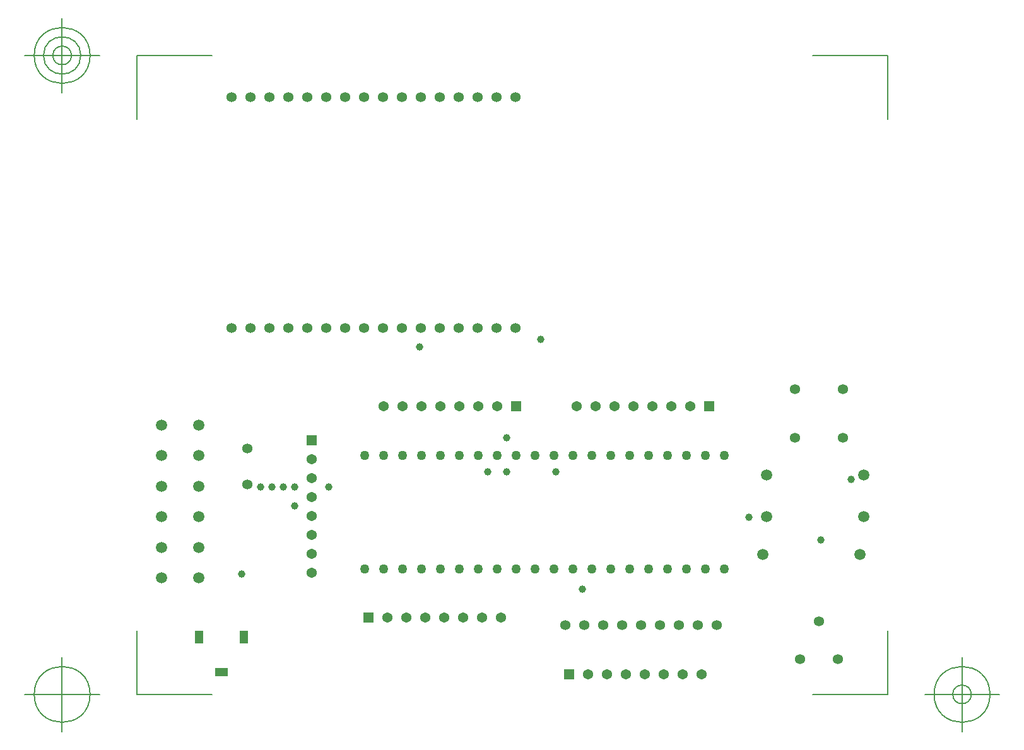
<source format=gbr>
G04 Generated by Ultiboard 13.0 *
%FSLAX24Y24*%
%MOIN*%

%ADD10C,0.0001*%
%ADD11C,0.0001*%
%ADD12C,0.0050*%
%ADD13C,0.0534*%
%ADD14C,0.0394*%
%ADD15C,0.0500*%
%ADD16C,0.0540*%
%ADD17R,0.0540X0.0540*%
%ADD18C,0.0591*%


G04 ColorRGB 9900CC for the following layer *
%LNSolder Mask Bottom*%
%LPD*%
G54D10*
G54D11*
G36*
X2941Y2585D02*
X2941Y2585D01*
X3335Y2585D01*
X3335Y3215D01*
X2941Y3215D01*
X2941Y2585D01*
D02*
G37*
X3335Y2585D01*
X3335Y3215D01*
X2941Y3215D01*
X2941Y2585D01*
G36*
X5303Y2585D02*
X5303Y2585D01*
X5697Y2585D01*
X5697Y3215D01*
X5303Y3215D01*
X5303Y2585D01*
D02*
G37*
X5697Y2585D01*
X5697Y3215D01*
X5303Y3215D01*
X5303Y2585D01*
G36*
X4004Y1246D02*
X4004Y1246D01*
X4004Y853D01*
X4634Y853D01*
X4634Y1246D01*
X4004Y1246D01*
D02*
G37*
X4004Y853D01*
X4634Y853D01*
X4634Y1246D01*
X4004Y1246D01*
G54D12*
X-150Y-150D02*
X-150Y3226D01*
X-150Y-150D02*
X3817Y-150D01*
X39520Y-150D02*
X35553Y-150D01*
X39520Y-150D02*
X39520Y3226D01*
X39520Y33615D02*
X39520Y30238D01*
X39520Y33615D02*
X35553Y33615D01*
X-150Y33615D02*
X3817Y33615D01*
X-150Y33615D02*
X-150Y30238D01*
X-2119Y-150D02*
X-6056Y-150D01*
X-4087Y-2119D02*
X-4087Y1819D01*
X-5563Y-150D02*
G75*
D01*
G02X-5563Y-150I1476J0*
G01*
X41489Y-150D02*
X45426Y-150D01*
X43457Y-2119D02*
X43457Y1819D01*
X41981Y-150D02*
G75*
D01*
G02X41981Y-150I1476J0*
G01*
X42965Y-150D02*
G75*
D01*
G02X42965Y-150I492J0*
G01*
X-2119Y33615D02*
X-6056Y33615D01*
X-4087Y31646D02*
X-4087Y35583D01*
X-5563Y33615D02*
G75*
D01*
G02X-5563Y33615I1476J0*
G01*
X-5071Y33615D02*
G75*
D01*
G02X-5071Y33615I984J0*
G01*
X-4579Y33615D02*
G75*
D01*
G02X-4579Y33615I492J0*
G01*
G54D13*
X34620Y15980D03*
X34620Y13420D03*
X37180Y15980D03*
X37180Y13420D03*
X5700Y12861D03*
X5700Y10939D03*
X30500Y3500D03*
X29500Y3500D03*
X28500Y3500D03*
X27500Y3500D03*
X26500Y3500D03*
X25500Y3500D03*
X24500Y3500D03*
X23500Y3500D03*
X22500Y3500D03*
X34900Y1700D03*
X36900Y1700D03*
X35900Y3700D03*
X4868Y19198D03*
X5868Y19198D03*
X6868Y19198D03*
X7868Y19198D03*
X8868Y19198D03*
X9868Y19198D03*
X10868Y19198D03*
X11868Y19198D03*
X12868Y19198D03*
X13868Y19198D03*
X14868Y19198D03*
X15868Y19198D03*
X16868Y19198D03*
X17868Y19198D03*
X18868Y19198D03*
X19868Y19198D03*
X4868Y31402D03*
X5868Y31402D03*
X6868Y31402D03*
X7868Y31402D03*
X8868Y31402D03*
X9868Y31402D03*
X10868Y31402D03*
X11868Y31402D03*
X12868Y31402D03*
X13868Y31402D03*
X14868Y31402D03*
X15868Y31402D03*
X16868Y31402D03*
X17868Y31402D03*
X18868Y31402D03*
X19868Y31402D03*
G54D14*
X32200Y9200D03*
X21200Y18600D03*
X23400Y5400D03*
X18400Y11600D03*
X14800Y18200D03*
X5400Y6200D03*
X7600Y10800D03*
X6400Y10800D03*
X10000Y10800D03*
X8200Y10800D03*
X36000Y8000D03*
X37600Y11200D03*
X22000Y11600D03*
X8200Y9800D03*
X19400Y11600D03*
X19400Y13400D03*
X7000Y10800D03*
G54D15*
X25905Y12467D03*
X25905Y6467D03*
X28905Y6467D03*
X29905Y6467D03*
X30905Y6467D03*
X26905Y6467D03*
X27905Y6467D03*
X19905Y6467D03*
X22905Y6467D03*
X23905Y6467D03*
X24905Y6467D03*
X20905Y6467D03*
X21905Y6467D03*
X16905Y6467D03*
X17905Y6467D03*
X18905Y6467D03*
X13905Y6467D03*
X14905Y6467D03*
X15905Y6467D03*
X12905Y6467D03*
X11905Y6467D03*
X28905Y12467D03*
X29905Y12467D03*
X30905Y12467D03*
X26905Y12467D03*
X27905Y12467D03*
X19905Y12467D03*
X22905Y12467D03*
X23905Y12467D03*
X24905Y12467D03*
X21905Y12467D03*
X20905Y12467D03*
X16905Y12467D03*
X18905Y12467D03*
X17905Y12467D03*
X13905Y12467D03*
X15905Y12467D03*
X14905Y12467D03*
X12905Y12467D03*
X11905Y12467D03*
G54D16*
X12905Y15067D03*
X13905Y15067D03*
X14905Y15067D03*
X15905Y15067D03*
X16905Y15067D03*
X17905Y15067D03*
X18905Y15067D03*
X23105Y15067D03*
X24105Y15067D03*
X25105Y15067D03*
X26105Y15067D03*
X27105Y15067D03*
X28105Y15067D03*
X29105Y15067D03*
X9105Y6267D03*
X9105Y7267D03*
X9105Y8267D03*
X9105Y9267D03*
X9105Y10267D03*
X9105Y11267D03*
X9105Y12267D03*
X29700Y900D03*
X28700Y900D03*
X27700Y900D03*
X26700Y900D03*
X25700Y900D03*
X24700Y900D03*
X23700Y900D03*
X19100Y3900D03*
X18100Y3900D03*
X17100Y3900D03*
X16100Y3900D03*
X15100Y3900D03*
X14100Y3900D03*
X13100Y3900D03*
G54D17*
X19905Y15067D03*
X30105Y15067D03*
X9105Y13267D03*
X22700Y900D03*
X12100Y3900D03*
G54D18*
X3124Y6006D03*
X1155Y6006D03*
X3124Y7620D03*
X1155Y7620D03*
X3124Y9235D03*
X1155Y9235D03*
X3124Y10849D03*
X1155Y10849D03*
X3124Y12463D03*
X1155Y12463D03*
X3124Y14077D03*
X1155Y14077D03*
X38053Y7253D03*
X32935Y7253D03*
X38253Y9253D03*
X33135Y9253D03*
X38253Y11453D03*
X33135Y11453D03*

M02*

</source>
